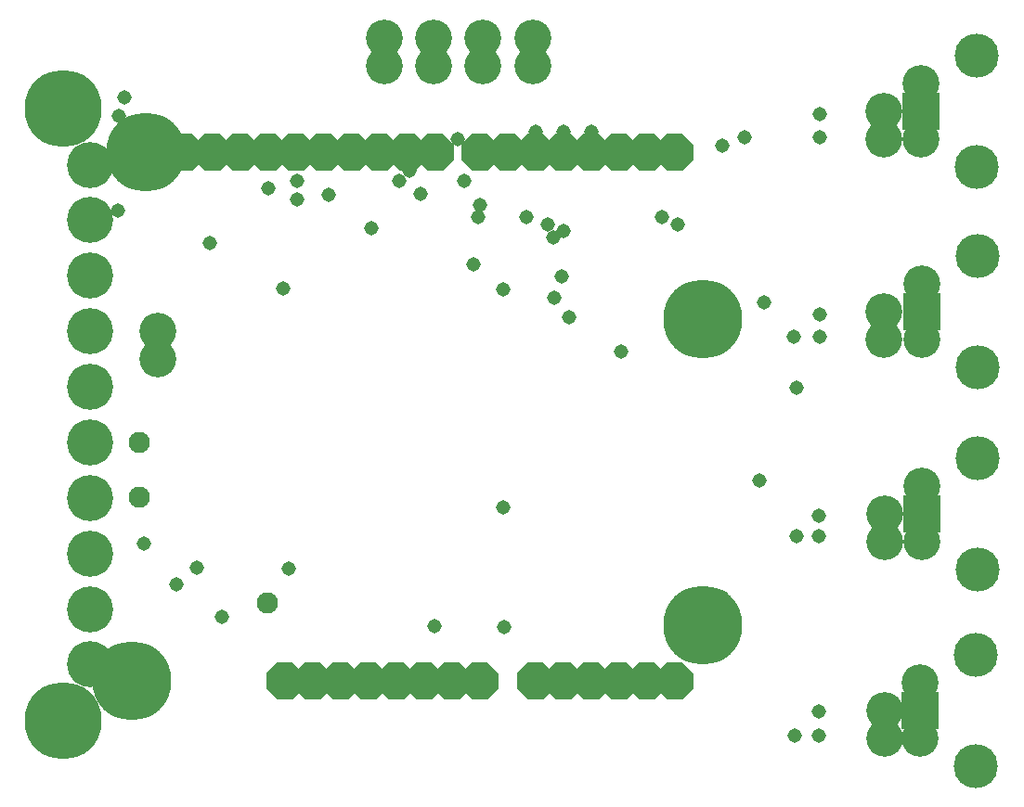
<source format=gbs>
G75*
%MOIN*%
%OFA0B0*%
%FSLAX25Y25*%
%IPPOS*%
%LPD*%
%AMOC8*
5,1,8,0,0,1.08239X$1,22.5*
%
%ADD10C,0.13200*%
%ADD11R,0.13200X0.13200*%
%ADD12C,0.15827*%
%ADD13C,0.16535*%
%ADD14C,0.27685*%
%ADD15OC8,0.13200*%
%ADD16C,0.28346*%
%ADD17C,0.05156*%
%ADD18C,0.07677*%
D10*
X0091173Y0172266D03*
X0091173Y0182266D03*
X0172669Y0277778D03*
X0172669Y0287778D03*
X0190386Y0287778D03*
X0190386Y0277778D03*
X0208102Y0277778D03*
X0208102Y0287778D03*
X0225819Y0287778D03*
X0225819Y0277778D03*
X0352079Y0261301D03*
X0352079Y0251301D03*
X0365287Y0251341D03*
X0365287Y0271341D03*
X0365681Y0199352D03*
X0352079Y0189411D03*
X0352079Y0179411D03*
X0365681Y0179352D03*
X0365681Y0126774D03*
X0352394Y0116813D03*
X0352394Y0106813D03*
X0365681Y0106774D03*
X0365091Y0056163D03*
X0352394Y0046104D03*
X0352394Y0036104D03*
X0365091Y0036163D03*
D11*
X0365091Y0046163D03*
X0365681Y0116774D03*
X0365681Y0189352D03*
X0365287Y0261341D03*
D12*
X0385287Y0281341D03*
X0385287Y0241341D03*
X0385681Y0209352D03*
X0385681Y0169352D03*
X0385681Y0136774D03*
X0385681Y0096774D03*
X0385091Y0066163D03*
X0385091Y0026163D03*
D13*
X0067059Y0062699D03*
X0067059Y0082384D03*
X0067059Y0102384D03*
X0067059Y0122384D03*
X0067059Y0142384D03*
X0067059Y0162384D03*
X0067059Y0182384D03*
X0067059Y0202384D03*
X0067059Y0222384D03*
X0067059Y0242069D03*
D14*
X0057217Y0042384D03*
X0057217Y0262384D03*
D15*
X0101000Y0246557D03*
X0111000Y0246557D03*
X0121000Y0246557D03*
X0131000Y0246557D03*
X0141000Y0246557D03*
X0151000Y0246557D03*
X0161000Y0246557D03*
X0171000Y0246557D03*
X0181000Y0246557D03*
X0191000Y0246557D03*
X0207000Y0246557D03*
X0217000Y0246557D03*
X0227000Y0246557D03*
X0237000Y0246557D03*
X0247000Y0246557D03*
X0257000Y0246557D03*
X0267000Y0246557D03*
X0277000Y0246557D03*
X0277000Y0056557D03*
X0267000Y0056557D03*
X0257000Y0056557D03*
X0247000Y0056557D03*
X0237000Y0056557D03*
X0227000Y0056557D03*
X0207000Y0056557D03*
X0197000Y0056557D03*
X0187000Y0056557D03*
X0177000Y0056557D03*
X0167000Y0056557D03*
X0157000Y0056557D03*
X0147000Y0056557D03*
X0137000Y0056557D03*
D16*
X0082000Y0056557D03*
X0287000Y0076557D03*
X0287000Y0186557D03*
X0087000Y0246557D03*
D17*
X0077394Y0259549D03*
X0079362Y0266242D03*
X0130937Y0233565D03*
X0141173Y0236321D03*
X0141173Y0229628D03*
X0152591Y0231203D03*
X0167945Y0219392D03*
X0185661Y0231596D03*
X0181724Y0239864D03*
X0177787Y0236321D03*
X0201409Y0236321D03*
X0206921Y0227659D03*
X0206134Y0223329D03*
X0223457Y0223302D03*
X0231331Y0220573D03*
X0237033Y0218184D03*
X0233299Y0215848D03*
X0236449Y0202069D03*
X0233693Y0194195D03*
X0238811Y0187502D03*
X0257709Y0174904D03*
X0215189Y0197344D03*
X0204559Y0206400D03*
X0199047Y0251281D03*
X0227000Y0254037D03*
X0236843Y0254037D03*
X0247079Y0254037D03*
X0272276Y0223329D03*
X0277787Y0220573D03*
X0293929Y0248919D03*
X0301803Y0252069D03*
X0328969Y0252069D03*
X0328969Y0260337D03*
X0308890Y0192620D03*
X0319520Y0180415D03*
X0328969Y0180415D03*
X0328969Y0188289D03*
X0320701Y0161911D03*
X0307315Y0128841D03*
X0328575Y0115848D03*
X0328575Y0108762D03*
X0320701Y0108762D03*
X0293929Y0086715D03*
X0328575Y0045770D03*
X0328575Y0037108D03*
X0319913Y0037108D03*
X0215583Y0076085D03*
X0190780Y0076478D03*
X0138417Y0096951D03*
X0114402Y0079628D03*
X0097866Y0091439D03*
X0105346Y0097344D03*
X0086449Y0106006D03*
X0136449Y0197738D03*
X0110071Y0213880D03*
X0077000Y0225691D03*
X0215189Y0118998D03*
D18*
X0130543Y0084746D03*
X0084480Y0122541D03*
X0084480Y0142226D03*
M02*

</source>
